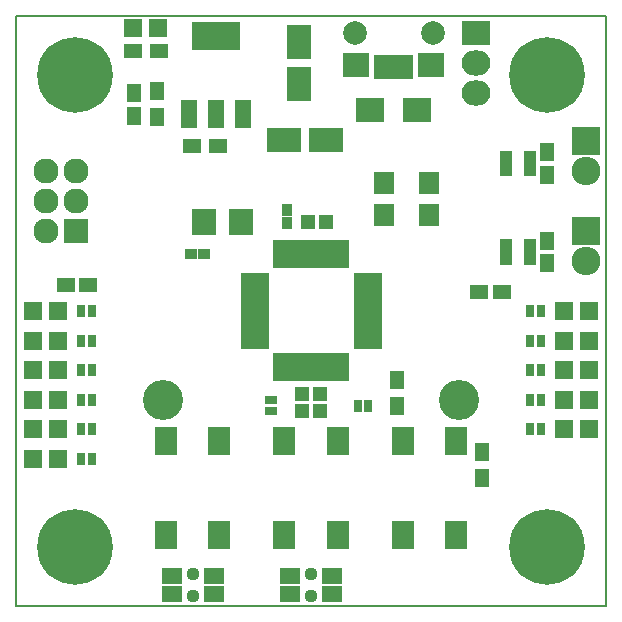
<source format=gts>
%FSLAX46Y46*%
G04 Gerber Fmt 4.6, Leading zero omitted, Abs format (unit mm)*
G04 Created by KiCad (PCBNEW (2014-jul-16 BZR unknown)-product) date Thu 06 Nov 2014 11:15:42 PM PST*
%MOMM*%
G01*
G04 APERTURE LIST*
%ADD10C,0.100000*%
%ADD11C,0.150000*%
%ADD12R,1.600000X1.150000*%
%ADD13R,1.150000X1.600000*%
%ADD14R,1.200000X1.150000*%
%ADD15R,3.000960X2.000200*%
%ADD16R,2.000200X3.000960*%
%ADD17R,1.598880X1.598880*%
%ADD18R,2.400000X2.100000*%
%ADD19R,2.432000X2.127200*%
%ADD20O,2.432000X2.127200*%
%ADD21C,6.400000*%
%ADD22R,2.127200X2.127200*%
%ADD23O,2.127200X2.127200*%
%ADD24C,2.000000*%
%ADD25R,0.800000X2.150000*%
%ADD26R,2.200000X2.000000*%
%ADD27R,2.432000X2.432000*%
%ADD28O,2.432000X2.432000*%
%ADD29C,3.399740*%
%ADD30R,0.800000X1.000000*%
%ADD31R,1.000000X0.800000*%
%ADD32R,1.600000X1.300000*%
%ADD33R,1.700000X1.900000*%
%ADD34R,1.300000X1.600000*%
%ADD35R,0.849580X2.398980*%
%ADD36R,2.398980X0.849580*%
%ADD37R,1.060400X0.806400*%
%ADD38R,2.100000X2.300000*%
%ADD39R,1.900000X2.400000*%
%ADD40R,1.000000X0.900000*%
%ADD41R,0.900000X1.000000*%
%ADD42C,1.110000*%
%ADD43R,1.800000X1.450000*%
%ADD44R,4.057600X2.432000*%
%ADD45R,1.416000X2.432000*%
G04 APERTURE END LIST*
D10*
D11*
X0Y0D02*
X0Y50000000D01*
X50000000Y0D02*
X0Y0D01*
X50000000Y50000000D02*
X0Y50000000D01*
X50000000Y0D02*
X50000000Y50000000D01*
D12*
X41150000Y26600000D03*
X39250000Y26600000D03*
D13*
X45000000Y30950000D03*
X45000000Y29050000D03*
D14*
X24750000Y32500000D03*
X26250000Y32500000D03*
X24250000Y16500000D03*
X25750000Y16500000D03*
X24250000Y18000000D03*
X25750000Y18000000D03*
D12*
X4250000Y27200000D03*
X6150000Y27200000D03*
D15*
X22699140Y39500000D03*
X26300860Y39500000D03*
D13*
X10000000Y41550000D03*
X10000000Y43450000D03*
X45000000Y38450000D03*
X45000000Y36550000D03*
D16*
X24000000Y47800860D03*
X24000000Y44199140D03*
D17*
X9950980Y49000000D03*
X12049020Y49000000D03*
X48549020Y15000000D03*
X46450980Y15000000D03*
X48549020Y17500000D03*
X46450980Y17500000D03*
X48549020Y20000000D03*
X46450980Y20000000D03*
X48549020Y22500000D03*
X46450980Y22500000D03*
X48549020Y25000000D03*
X46450980Y25000000D03*
X1450980Y25000000D03*
X3549020Y25000000D03*
X1450980Y22500000D03*
X3549020Y22500000D03*
X1450980Y20000000D03*
X3549020Y20000000D03*
X1450980Y17500000D03*
X3549020Y17500000D03*
X1450980Y15000000D03*
X3549020Y15000000D03*
X1450980Y12500000D03*
X3549020Y12500000D03*
D18*
X34000000Y42000000D03*
X30000000Y42000000D03*
D19*
X39000000Y48540000D03*
D20*
X39000000Y46000000D03*
X39000000Y43460000D03*
D21*
X45000000Y5000000D03*
X5000000Y5000000D03*
X5000000Y45000000D03*
X45000000Y45000000D03*
D22*
X5080000Y31750000D03*
D23*
X2540000Y31750000D03*
X5080000Y34290000D03*
X2540000Y34290000D03*
X5080000Y36830000D03*
X2540000Y36830000D03*
D24*
X28700000Y48500000D03*
X35300000Y48500000D03*
D25*
X32000000Y45625000D03*
X31350000Y45625000D03*
X30700000Y45625000D03*
X33300000Y45625000D03*
X32650000Y45625000D03*
D26*
X28800000Y45825000D03*
X35200000Y45825000D03*
D27*
X48260000Y39370000D03*
D28*
X48260000Y36830000D03*
D27*
X48260000Y31750000D03*
D28*
X48260000Y29210000D03*
D29*
X37500000Y17500000D03*
X12500000Y17500000D03*
D30*
X6450000Y25000000D03*
X5550000Y25000000D03*
X6450000Y22500000D03*
X5550000Y22500000D03*
X6450000Y20000000D03*
X5550000Y20000000D03*
X6450000Y17500000D03*
X5550000Y17500000D03*
X6450000Y15000000D03*
X5550000Y15000000D03*
X6450000Y12500000D03*
X5550000Y12500000D03*
X43550000Y15000000D03*
X44450000Y15000000D03*
X43550000Y17500000D03*
X44450000Y17500000D03*
X43550000Y20000000D03*
X44450000Y20000000D03*
X43550000Y22500000D03*
X44450000Y22500000D03*
X44450000Y25000000D03*
X43550000Y25000000D03*
X28950000Y17000000D03*
X29850000Y17000000D03*
D31*
X21600000Y16550000D03*
X21600000Y17450000D03*
D32*
X12100000Y47000000D03*
X9900000Y47000000D03*
D33*
X31200000Y35850000D03*
X31200000Y33150000D03*
X35000000Y35850000D03*
X35000000Y33150000D03*
D32*
X17100000Y39000000D03*
X14900000Y39000000D03*
D34*
X12000000Y41400000D03*
X12000000Y43600000D03*
X32300000Y19200000D03*
X32300000Y17000000D03*
X39500000Y10900000D03*
X39500000Y13100000D03*
D35*
X22223780Y29815840D03*
X23023880Y29815840D03*
X23823980Y29815840D03*
X24624080Y29815840D03*
X25424180Y29815840D03*
X26224280Y29815840D03*
X27024380Y29815840D03*
X27824480Y29815840D03*
X27819400Y20250200D03*
X22206000Y20250200D03*
X23018800Y20250200D03*
X23831600Y20250200D03*
X24619000Y20250200D03*
X25431800Y20250200D03*
X26219200Y20250200D03*
X27032000Y20250200D03*
D36*
X29826000Y27824480D03*
X29826000Y27026920D03*
X29826000Y26224280D03*
X29826000Y25426720D03*
X29826000Y24624080D03*
X29826000Y23826520D03*
X29826000Y23023880D03*
X29826000Y22226320D03*
X20224800Y27819400D03*
X20224800Y27032000D03*
X20224800Y26219200D03*
X20224800Y25431800D03*
X20224800Y24644400D03*
X20224800Y23831600D03*
X20224800Y23018800D03*
X20224800Y22206000D03*
D37*
X43516000Y36839600D03*
X43516000Y38160400D03*
X43516000Y37500000D03*
X41484000Y38160400D03*
X41484000Y36839600D03*
X41484000Y37500000D03*
X43516000Y29339600D03*
X43516000Y30660400D03*
X43516000Y30000000D03*
X41484000Y30660400D03*
X41484000Y29339600D03*
X41484000Y30000000D03*
D38*
X15950000Y32500000D03*
X19050000Y32500000D03*
D39*
X17250000Y6000000D03*
X17250000Y14000000D03*
X12750000Y14000000D03*
X12750000Y6000000D03*
X27250000Y6000000D03*
X27250000Y14000000D03*
X22750000Y14000000D03*
X22750000Y6000000D03*
X37250000Y6000000D03*
X37250000Y14000000D03*
X32750000Y14000000D03*
X32750000Y6000000D03*
D40*
X15950000Y29800000D03*
X14850000Y29800000D03*
D41*
X23000000Y32450000D03*
X23000000Y33550000D03*
D42*
X15000000Y2700000D03*
X15000000Y900000D03*
D43*
X13200000Y2525000D03*
X13200000Y1075000D03*
X16800000Y2525000D03*
X16800000Y1075000D03*
D42*
X25000000Y2700000D03*
X25000000Y900000D03*
D43*
X23200000Y2525000D03*
X23200000Y1075000D03*
X26800000Y2525000D03*
X26800000Y1075000D03*
D44*
X17000000Y48302000D03*
D45*
X17000000Y41698000D03*
X19286000Y41698000D03*
X14714000Y41698000D03*
M02*

</source>
